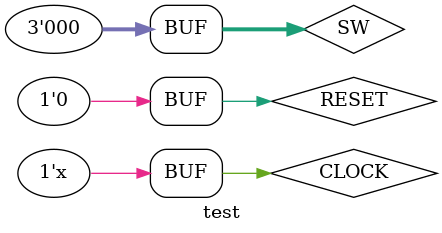
<source format=v>
`timescale 1ns / 1ps


module test;

	// Inputs
	reg CLOCK;
	reg RESET;
	reg [2:0] SW;

	// Outputs
	wire [3:0] LED;

	// Instantiate the Unit Under Test (UUT)
	Top uut (
		.CLOCK(CLOCK), 
		.RESET(RESET), 
		.SW(SW), 
		.LED(LED)
	);
	always #15 CLOCK = ~CLOCK;
	initial begin
		// Initialize Inputs
		CLOCK = 0;
		RESET = 1;
		SW = 0;

		// Wait 100 ns for global reset to finish
		#100;
      RESET = 0 ;
		// Add stimulus here

	end
      
endmodule


</source>
